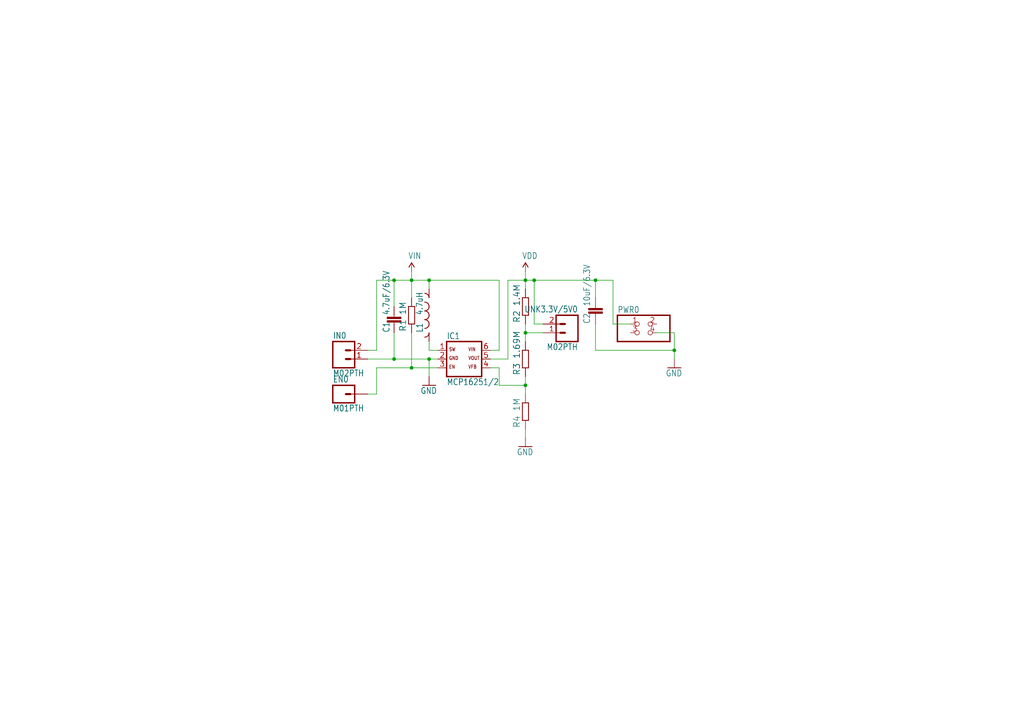
<source format=kicad_sch>
(kicad_sch (version 20250114) (generator "eeschema") (generator_version "9.0")
  (paper "A4")
  (lib_symbols
    (symbol "MCP16252 v1-eagle-import:CAPACITOR_NPOL-0805"
      (property "Reference" "C" (at 2.54 5.08 0))
      (symbol "CAPACITOR_NPOL-0805_1_0"
        (rectangle (start -2.032 1.524) (end 2.032 2.032) (fill (type outline)))
        (rectangle (start -2.032 0.508) (end 2.032 1.016) (fill (type outline)))
        (polyline (pts (xy 0 2.54) (xy 0 2.032)) (stroke (width 0.1524)))
        (polyline (pts (xy 0 0) (xy 0 0.508)) (stroke (width 0.1524)))
        (pin passive line (at 0 5.08 270) (length 2.54) (name "1") (number "1"))
        (pin passive line (at 0 -2.54 90) (length 2.54) (name "2") (number "2"))
      )
    )
    (symbol "MCP16252 v1-eagle-import:GND" (power)
      (symbol "GND_1_0"
        (polyline (pts (xy -1.905 0) (xy 1.905 0)) (stroke (width 0.254)))
        (pin power_in line (at 0 2.54 270) (length 2.54) (name "GND") (number "1"))
      )
    )
    (symbol "MCP16252 v1-eagle-import:INDUCTOR1007"
      (property "Reference" "L" (at 2.54 5.08 0))
      (symbol "INDUCTOR1007_1_0"
        (arc (start 0 5.08) (mid 0.372 5.978) (end 1.27 6.35) (stroke (width 0.254)))
        (arc (start 0 2.54) (mid 0.372 3.438) (end 1.27 3.81) (stroke (width 0.254)))
        (arc (start 1.27 1.27) (mid 0.372 1.642) (end 0 2.54) (stroke (width 0.254)))
        (arc (start 0 0) (mid 0.372 0.898) (end 1.27 1.27) (stroke (width 0.254)))
        (arc (start 1.27 -1.27) (mid 0.372 -0.898) (end 0 0) (stroke (width 0.254)))
        (arc (start 0 -2.54) (mid 0.372 -1.642) (end 1.27 -1.27) (stroke (width 0.254)))
        (arc (start 1.27 -3.81) (mid 0.372 -3.438) (end 0 -2.54) (stroke (width 0.254)))
        (arc (start 1.27 -6.35) (mid 0.372 -5.978) (end 0 -5.08) (stroke (width 0.254)))
        (pin passive line (at 0 7.62 270) (length 2.54) (name "1") (number "1"))
        (pin passive line (at 0 -7.62 90) (length 2.54) (name "2") (number "2"))
      )
    )
    (symbol "MCP16252 v1-eagle-import:M01PTH"
      (property "Reference" "JP" (at -2.54 3.302 0))
      (symbol "M01PTH_1_0"
        (polyline (pts (xy -2.54 2.54) (xy -2.54 -2.54)) (stroke (width 0.4064)))
        (polyline (pts (xy -2.54 2.54) (xy 3.81 2.54)) (stroke (width 0.4064)))
        (polyline (pts (xy 1.27 0) (xy 2.54 0)) (stroke (width 0.6096)))
        (polyline (pts (xy 3.81 -2.54) (xy -2.54 -2.54)) (stroke (width 0.4064)))
        (polyline (pts (xy 3.81 -2.54) (xy 3.81 2.54)) (stroke (width 0.4064)))
        (pin passive line (at 7.62 0 180) (length 5.08) (name "1") (number "1"))
      )
    )
    (symbol "MCP16252 v1-eagle-import:M02PTH"
      (property "Reference" "JP" (at -2.54 5.842 0))
      (symbol "M02PTH_1_0"
        (polyline (pts (xy -2.54 5.08) (xy -2.54 -2.54)) (stroke (width 0.4064)))
        (polyline (pts (xy -2.54 5.08) (xy 3.81 5.08)) (stroke (width 0.4064)))
        (polyline (pts (xy 1.27 2.54) (xy 2.54 2.54)) (stroke (width 0.6096)))
        (polyline (pts (xy 1.27 0) (xy 2.54 0)) (stroke (width 0.6096)))
        (polyline (pts (xy 3.81 -2.54) (xy -2.54 -2.54)) (stroke (width 0.4064)))
        (polyline (pts (xy 3.81 -2.54) (xy 3.81 5.08)) (stroke (width 0.4064)))
        (pin passive line (at 7.62 2.54 180) (length 5.08) (name "2") (number "2"))
        (pin passive line (at 7.62 0 180) (length 5.08) (name "1") (number "1"))
      )
    )
    (symbol "MCP16252 v1-eagle-import:MCP16251/2"
      (symbol "MCP16251/2_1_0"
        (polyline (pts (xy -5.08 5.08) (xy -5.08 -5.08)) (stroke (width 0.4064)))
        (polyline (pts (xy -5.08 5.08) (xy 5.08 5.08)) (stroke (width 0.4064)))
        (polyline (pts (xy -5.08 -5.08) (xy 5.08 -5.08)) (stroke (width 0.4064)))
        (polyline (pts (xy 5.08 -5.08) (xy 5.08 5.08)) (stroke (width 0.4064)))
        (text "SW" (at -4.445 2.2225 0) (effects (font (size 1.016 0.8636)) (justify left bottom)))
        (text "GND" (at -4.445 -0.3175 0) (effects (font (size 1.016 0.8636)) (justify left bottom)))
        (text "EN" (at -4.445 -2.8575 0) (effects (font (size 1.016 0.8636)) (justify left bottom)))
        (text "VIN" (at 1.143 2.2225 0) (effects (font (size 1.016 0.8636)) (justify left bottom)))
        (text "VOUT" (at 1.143 -0.3175 0) (effects (font (size 1.016 0.8636)) (justify left bottom)))
        (text "VFB" (at 1.143 -2.8575 0) (effects (font (size 1.016 0.8636)) (justify left bottom)))
        (pin passive line (at -7.62 2.54 0) (length 2.54) (name "SW") (number "1"))
        (pin passive line (at -7.62 0 0) (length 2.54) (name "GND") (number "2"))
        (pin passive line (at -7.62 -2.54 0) (length 2.54) (name "EN") (number "3"))
        (pin passive line (at 7.62 2.54 180) (length 2.54) (name "VIN") (number "6"))
        (pin passive line (at 7.62 0 180) (length 2.54) (name "VOUT") (number "5"))
        (pin passive line (at 7.62 -2.54 180) (length 2.54) (name "VFB") (number "4"))
      )
    )
    (symbol "MCP16252 v1-eagle-import:PINHD-2X2"
      (property "Reference" "JP" (at -8.89 5.715 0))
      (symbol "PINHD-2X2_1_0"
        (polyline (pts (xy -8.89 5.08) (xy -8.89 -2.54)) (stroke (width 0.4064)))
        (polyline (pts (xy -8.89 -2.54) (xy 6.35 -2.54)) (stroke (width 0.4064)))
        (polyline (pts (xy 6.35 5.08) (xy -8.89 5.08)) (stroke (width 0.4064)))
        (polyline (pts (xy 6.35 -2.54) (xy 6.35 5.08)) (stroke (width 0.4064)))
        (pin passive inverted (at -5.08 2.54 0) (length 2.54) (name "1") (number "1"))
        (pin passive inverted (at -5.08 0 0) (length 2.54) (name "3") (number "3"))
        (pin passive inverted (at 2.54 2.54 180) (length 2.54) (name "2") (number "2"))
        (pin passive inverted (at 2.54 0 180) (length 2.54) (name "4") (number "4"))
      )
    )
    (symbol "MCP16252 v1-eagle-import:RESISTOR-0603"
      (property "Reference" "R" (at -3.81 1.4986 0))
      (symbol "RESISTOR-0603_1_0"
        (polyline (pts (xy -2.54 -0.889) (xy -2.54 0.889)) (stroke (width 0.254)))
        (polyline (pts (xy -2.54 -0.889) (xy 2.54 -0.889)) (stroke (width 0.254)))
        (polyline (pts (xy 2.54 0.889) (xy -2.54 0.889)) (stroke (width 0.254)))
        (polyline (pts (xy 2.54 -0.889) (xy 2.54 0.889)) (stroke (width 0.254)))
        (pin passive line (at -5.08 0 0) (length 2.54) (name "1") (number "1"))
        (pin passive line (at 5.08 0 180) (length 2.54) (name "2") (number "2"))
      )
    )
    (symbol "MCP16252 v1-eagle-import:VDD" (power)
      (symbol "VDD_1_0"
        (polyline (pts (xy 0 2.54) (xy -0.762 1.27)) (stroke (width 0.254)))
        (polyline (pts (xy 0.762 1.27) (xy 0 2.54)) (stroke (width 0.254)))
        (pin power_in line (at 0 0 90) (length 2.54) (name "VDD") (number "1"))
      )
    )
    (symbol "MCP16252 v1-eagle-import:VIN" (power)
      (symbol "VIN_1_0"
        (polyline (pts (xy 0 2.54) (xy -0.762 1.27)) (stroke (width 0.254)))
        (polyline (pts (xy 0.762 1.27) (xy 0 2.54)) (stroke (width 0.254)))
        (pin power_in line (at 0 0 90) (length 2.54) (name "VIN") (number "1"))
      )
    )
  )
  (junction (at 152.4 96.52))
  (junction (at 195.58 101.6))
  (junction (at 152.4 81.28))
  (junction (at 124.46 104.14))
  (junction (at 119.38 81.28))
  (junction (at 152.4 111.76))
  (junction (at 154.94 81.28))
  (junction (at 114.3 81.28))
  (junction (at 172.72 81.28))
  (junction (at 124.46 81.28))
  (junction (at 114.3 104.14))
  (junction (at 119.38 106.68))
  (wire (pts (xy 144.78 106.68) (xy 144.78 111.76)) (stroke (width 0.1524)))
  (wire (pts (xy 177.8 93.98) (xy 182.88 93.98)) (stroke (width 0.1524)))
  (wire (pts (xy 152.4 114.3) (xy 152.4 111.76)) (stroke (width 0.1524)))
  (wire (pts (xy 106.68 114.3) (xy 109.22 114.3)) (stroke (width 0.1524)))
  (wire (pts (xy 147.32 81.28) (xy 152.4 81.28)) (stroke (width 0.1524)))
  (wire (pts (xy 124.46 104.14) (xy 124.46 109.22)) (stroke (width 0.1524)))
  (wire (pts (xy 195.58 101.6) (xy 195.58 104.14)) (stroke (width 0.1524)))
  (wire (pts (xy 152.4 96.52) (xy 157.48 96.52)) (stroke (width 0.1524)))
  (wire (pts (xy 142.24 101.6) (xy 144.78 101.6)) (stroke (width 0.1524)))
  (wire (pts (xy 144.78 101.6) (xy 144.78 81.28)) (stroke (width 0.1524)))
  (wire (pts (xy 119.38 106.68) (xy 119.38 96.52)) (stroke (width 0.1524)))
  (wire (pts (xy 109.22 101.6) (xy 109.22 81.28)) (stroke (width 0.1524)))
  (wire (pts (xy 109.22 106.68) (xy 119.38 106.68)) (stroke (width 0.1524)))
  (wire (pts (xy 152.4 127) (xy 152.4 124.46)) (stroke (width 0.1524)))
  (wire (pts (xy 172.72 81.28) (xy 172.72 86.36)) (stroke (width 0.1524)))
  (wire (pts (xy 119.38 81.28) (xy 119.38 78.74)) (stroke (width 0.1524)))
  (wire (pts (xy 127 101.6) (xy 124.46 101.6)) (stroke (width 0.1524)))
  (wire (pts (xy 106.68 104.14) (xy 114.3 104.14)) (stroke (width 0.1524)))
  (wire (pts (xy 195.58 96.52) (xy 195.58 101.6)) (stroke (width 0.1524)))
  (wire (pts (xy 106.68 101.6) (xy 109.22 101.6)) (stroke (width 0.1524)))
  (wire (pts (xy 154.94 81.28) (xy 172.72 81.28)) (stroke (width 0.1524)))
  (wire (pts (xy 109.22 81.28) (xy 114.3 81.28)) (stroke (width 0.1524)))
  (wire (pts (xy 154.94 81.28) (xy 152.4 81.28)) (stroke (width 0.1524)))
  (wire (pts (xy 114.3 104.14) (xy 114.3 96.52)) (stroke (width 0.1524)))
  (wire (pts (xy 142.24 104.14) (xy 147.32 104.14)) (stroke (width 0.1524)))
  (wire (pts (xy 119.38 86.36) (xy 119.38 81.28)) (stroke (width 0.1524)))
  (wire (pts (xy 152.4 96.52) (xy 152.4 93.98)) (stroke (width 0.1524)))
  (wire (pts (xy 157.48 93.98) (xy 154.94 93.98)) (stroke (width 0.1524)))
  (wire (pts (xy 114.3 81.28) (xy 119.38 81.28)) (stroke (width 0.1524)))
  (wire (pts (xy 190.5 96.52) (xy 195.58 96.52)) (stroke (width 0.1524)))
  (wire (pts (xy 152.4 81.28) (xy 152.4 83.82)) (stroke (width 0.1524)))
  (wire (pts (xy 172.72 81.28) (xy 177.8 81.28)) (stroke (width 0.1524)))
  (wire (pts (xy 147.32 104.14) (xy 147.32 81.28)) (stroke (width 0.1524)))
  (wire (pts (xy 152.4 111.76) (xy 152.4 109.22)) (stroke (width 0.1524)))
  (wire (pts (xy 114.3 88.9) (xy 114.3 81.28)) (stroke (width 0.1524)))
  (wire (pts (xy 142.24 106.68) (xy 144.78 106.68)) (stroke (width 0.1524)))
  (wire (pts (xy 109.22 114.3) (xy 109.22 106.68)) (stroke (width 0.1524)))
  (wire (pts (xy 152.4 99.06) (xy 152.4 96.52)) (stroke (width 0.1524)))
  (wire (pts (xy 124.46 104.14) (xy 114.3 104.14)) (stroke (width 0.1524)))
  (wire (pts (xy 154.94 93.98) (xy 154.94 81.28)) (stroke (width 0.1524)))
  (wire (pts (xy 177.8 81.28) (xy 177.8 93.98)) (stroke (width 0.1524)))
  (wire (pts (xy 127 104.14) (xy 124.46 104.14)) (stroke (width 0.1524)))
  (wire (pts (xy 124.46 81.28) (xy 119.38 81.28)) (stroke (width 0.1524)))
  (wire (pts (xy 172.72 93.98) (xy 172.72 101.6)) (stroke (width 0.1524)))
  (wire (pts (xy 152.4 81.28) (xy 152.4 78.74)) (stroke (width 0.1524)))
  (wire (pts (xy 144.78 111.76) (xy 152.4 111.76)) (stroke (width 0.1524)))
  (wire (pts (xy 124.46 83.82) (xy 124.46 81.28)) (stroke (width 0.1524)))
  (wire (pts (xy 127 106.68) (xy 119.38 106.68)) (stroke (width 0.1524)))
  (wire (pts (xy 124.46 101.6) (xy 124.46 99.06)) (stroke (width 0.1524)))
  (wire (pts (xy 144.78 81.28) (xy 124.46 81.28)) (stroke (width 0.1524)))
  (wire (pts (xy 172.72 101.6) (xy 195.58 101.6)) (stroke (width 0.1524)))
  (symbol (lib_id "MCP16252 v1-eagle-import:M02PTH") (at 165.1 96.52 0) (mirror y) (unit 1)
    (property "Reference" "UNK3.3V/5V0" (at 167.64 90.678 0) (effects (font (size 1.778 1.5113)) (justify left bottom)))
    (property "Value" "M02PTH" (at 167.64 101.6 0) (effects (font (size 1.778 1.5113)) (justify left bottom)))
    (property "Footprint" "MCP16252 v1:1X02" (effects (hide yes)))
  )
  (symbol (lib_id "MCP16252 v1-eagle-import:GND") (at 195.58 106.68 0) (unit 1)
    (property "Reference" "#GND3" (effects (hide yes)))
    (property "Value" "GND" (at 193.04 109.22 0) (effects (font (size 1.778 1.5113)) (justify left bottom)))
  )
  (symbol (lib_id "MCP16252 v1-eagle-import:CAPACITOR_NPOL-0805") (at 114.3 93.98 0) (unit 1)
    (property "Reference" "C1" (at 113.03 96.52 90) (effects (font (size 1.778 1.5113)) (justify left bottom)))
    (property "Value" "4.7uF/6.3V" (at 113.03 91.44 90) (effects (font (size 1.778 1.5113)) (justify left bottom)))
    (property "Footprint" "MCP16252 v1:C805" (effects (hide yes)))
  )
  (symbol (lib_id "MCP16252 v1-eagle-import:RESISTOR-0603") (at 152.4 119.38 90) (unit 1)
    (property "Reference" "R4" (at 150.9014 124.206 0) (effects (font (size 1.778 1.778)) (justify left bottom)))
    (property "Value" "1M" (at 150.876 119.38 0) (effects (font (size 1.778 1.778)) (justify left bottom)))
    (property "Footprint" "MCP16252 v1:R603" (effects (hide yes)))
  )
  (symbol (lib_id "MCP16252 v1-eagle-import:VDD") (at 152.4 78.74 0) (unit 1)
    (property "Reference" "#SUPPLY1" (effects (hide yes)))
    (property "Value" "VDD" (at 151.384 75.184 0) (effects (font (size 1.778 1.5113)) (justify left bottom)))
  )
  (symbol (lib_id "MCP16252 v1-eagle-import:RESISTOR-0603") (at 152.4 104.14 90) (unit 1)
    (property "Reference" "R3" (at 150.9014 108.966 0) (effects (font (size 1.778 1.778)) (justify left bottom)))
    (property "Value" "1.69M" (at 150.876 104.14 0) (effects (font (size 1.778 1.778)) (justify left bottom)))
    (property "Footprint" "MCP16252 v1:R603" (effects (hide yes)))
  )
  (symbol (lib_id "MCP16252 v1-eagle-import:M02PTH") (at 99.06 104.14 0) (unit 1)
    (property "Reference" "IN0" (at 96.52 98.298 0) (effects (font (size 1.778 1.5113)) (justify left bottom)))
    (property "Value" "M02PTH" (at 96.52 109.22 0) (effects (font (size 1.778 1.5113)) (justify left bottom)))
    (property "Footprint" "MCP16252 v1:1X02" (effects (hide yes)))
  )
  (symbol (lib_id "MCP16252 v1-eagle-import:GND") (at 124.46 111.76 0) (unit 1)
    (property "Reference" "#GND1" (effects (hide yes)))
    (property "Value" "GND" (at 121.92 114.3 0) (effects (font (size 1.778 1.5113)) (justify left bottom)))
  )
  (symbol (lib_id "MCP16252 v1-eagle-import:MCP16251/2") (at 134.62 104.14 0) (unit 1)
    (property "Reference" "IC1" (at 129.54 98.425 0) (effects (font (size 1.778 1.5113)) (justify left bottom)))
    (property "Value" "MCP16251/2" (at 129.54 111.76 0) (effects (font (size 1.778 1.5113)) (justify left bottom)))
    (property "Footprint" "MCP16252 v1:SOT-23-6" (effects (hide yes)))
  )
  (symbol (lib_id "MCP16252 v1-eagle-import:RESISTOR-0603") (at 152.4 88.9 90) (unit 1)
    (property "Reference" "R2" (at 150.9014 93.726 0) (effects (font (size 1.778 1.778)) (justify left bottom)))
    (property "Value" "1.4M" (at 150.876 88.9 0) (effects (font (size 1.778 1.778)) (justify left bottom)))
    (property "Footprint" "MCP16252 v1:R603" (effects (hide yes)))
  )
  (symbol (lib_id "MCP16252 v1-eagle-import:VIN") (at 119.38 78.74 0) (unit 1)
    (property "Reference" "#SUPPLY2" (effects (hide yes)))
    (property "Value" "VIN" (at 118.364 75.184 0) (effects (font (size 1.778 1.5113)) (justify left bottom)))
  )
  (symbol (lib_id "MCP16252 v1-eagle-import:INDUCTOR1007") (at 124.46 91.44 180) (unit 1)
    (property "Reference" "L1" (at 122.682 96.52 90) (effects (font (size 1.778 1.5113)) (justify right top)))
    (property "Value" "4.7uH" (at 122.682 91.44 90) (effects (font (size 1.778 1.5113)) (justify right top)))
    (property "Footprint" "MCP16252 v1:1007" (effects (hide yes)))
  )
  (symbol (lib_id "MCP16252 v1-eagle-import:M01PTH") (at 99.06 114.3 0) (unit 1)
    (property "Reference" "EN0" (at 96.52 110.998 0) (effects (font (size 1.778 1.5113)) (justify left bottom)))
    (property "Value" "M01PTH" (at 96.52 119.38 0) (effects (font (size 1.778 1.5113)) (justify left bottom)))
    (property "Footprint" "MCP16252 v1:1X01" (effects (hide yes)))
  )
  (symbol (lib_id "MCP16252 v1-eagle-import:CAPACITOR_NPOL-0805") (at 172.72 91.44 0) (unit 1)
    (property "Reference" "C2" (at 171.196 93.98 90) (effects (font (size 1.778 1.5113)) (justify left bottom)))
    (property "Value" "10uF/6.3V" (at 171.196 88.9 90) (effects (font (size 1.778 1.5113)) (justify left bottom)))
    (property "Footprint" "MCP16252 v1:C805" (effects (hide yes)))
  )
  (symbol (lib_id "MCP16252 v1-eagle-import:GND") (at 152.4 129.54 0) (unit 1)
    (property "Reference" "#GND2" (effects (hide yes)))
    (property "Value" "GND" (at 149.86 132.08 0) (effects (font (size 1.778 1.5113)) (justify left bottom)))
  )
  (symbol (lib_id "MCP16252 v1-eagle-import:PINHD-2X2") (at 187.96 96.52 0) (unit 1)
    (property "Reference" "PWR0" (at 179.07 90.805 0) (effects (font (size 1.778 1.5113)) (justify left bottom)))
    (property "Value" "PINHD-2X2" (effects (hide yes)))
    (property "Footprint" "MCP16252 v1:2X02" (effects (hide yes)))
  )
  (symbol (lib_id "MCP16252 v1-eagle-import:RESISTOR-0603") (at 119.38 91.44 90) (unit 1)
    (property "Reference" "R1" (at 117.8814 96.266 0) (effects (font (size 1.778 1.778)) (justify left bottom)))
    (property "Value" "1M" (at 117.856 91.44 0) (effects (font (size 1.778 1.778)) (justify left bottom)))
    (property "Footprint" "MCP16252 v1:R603" (effects (hide yes)))
  )
)
</source>
